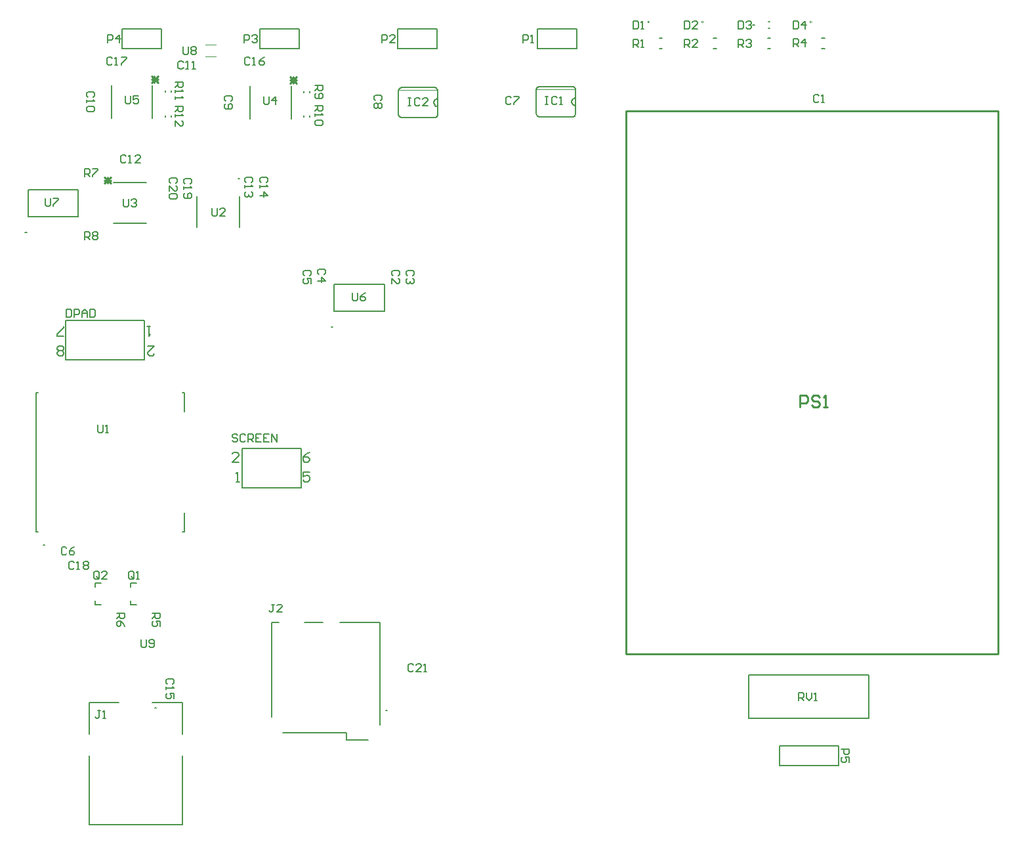
<source format=gto>
%FSTAX23Y23*%
%MOIN*%
%SFA1B1*%

%IPPOS*%
%ADD10C,0.007870*%
%ADD11C,0.005000*%
%ADD12C,0.006000*%
%ADD13C,0.003940*%
%ADD14C,0.000000*%
%ADD15C,0.010000*%
%ADD16C,0.008000*%
%ADD17C,0.002000*%
%ADD18C,0.003940*%
%LNpcb1-1*%
%LPD*%
G54D10*
X01323Y02215D02*
X01315D01*
X01323*
X02786Y03322D02*
X02778D01*
X02786*
X02312Y04073D02*
X02304D01*
X02312*
X01231Y03802D02*
X01223D01*
X01231*
X04928Y04855D02*
X0492D01*
X04928*
X03062Y01373D02*
X03054D01*
X03062*
X05055Y01195D02*
X05355D01*
X05055Y01095D02*
Y01195D01*
Y01095D02*
X05355D01*
Y01195*
X0143Y03355D02*
X0183D01*
X0143Y03155D02*
X0183D01*
Y03355*
X0143Y03155D02*
Y03355D01*
X01915Y04735D02*
Y04835D01*
X01715Y04735D02*
X01915D01*
X01715D02*
Y04835D01*
X01915*
X02615Y04735D02*
Y04835D01*
X02415Y04735D02*
X02615D01*
X02415D02*
Y04835D01*
X02615*
X03315Y04735D02*
Y04835D01*
X03115Y04735D02*
X03315D01*
X03115D02*
Y04835D01*
X03315*
X04025Y04735D02*
Y04835D01*
X03825Y04735D02*
X04025D01*
X03825D02*
Y04835D01*
X04025*
X02433Y02505D02*
X02625D01*
X02325D02*
X02625D01*
X02325Y02705D02*
X02625D01*
X02325Y02505D02*
Y02705D01*
X02625Y02505D02*
Y02705D01*
X02474Y01821D02*
X02513D01*
X02474Y01341D02*
Y01821D01*
X03025Y01302D02*
Y01821D01*
X02821D02*
X03025D01*
X02643D02*
X02734D01*
X02854Y01223D02*
X02966D01*
X02854D02*
Y01262D01*
X02533D02*
X02854D01*
G54D11*
X01889Y01387D02*
X01881D01*
X01889*
X0527Y04733D02*
X05284D01*
X0527Y04786D02*
X05284D01*
X02021Y02988D02*
X02033D01*
Y02889D02*
Y02988D01*
Y0228D02*
Y02378D01*
X02021Y0228D02*
X02033D01*
X01277Y02988D02*
X01289D01*
X01277Y0228D02*
Y02988D01*
Y0228D02*
X01289D01*
X01548Y01253D02*
Y01413D01*
X0187D02*
X02021D01*
Y01253D02*
Y01413D01*
X01548Y00795D02*
Y01144D01*
X02021Y00795D02*
Y01144D01*
X01548Y00795D02*
X02021D01*
X01548Y01413D02*
X01699D01*
X04899Y01555D02*
X0551D01*
X04899Y01334D02*
X0551D01*
X04899D02*
Y01555D01*
X0551Y01334D02*
Y01555D01*
X02792Y03538D02*
X03047D01*
Y03401D02*
Y03538D01*
X02792Y03401D02*
X03047D01*
X02792D02*
Y03538D01*
X02313Y03826D02*
Y03983D01*
X02096Y03826D02*
Y03983D01*
X01237Y04018D02*
X01492D01*
Y03881D02*
Y04018D01*
X01237Y03881D02*
X01492D01*
X01237D02*
Y04018D01*
X01934Y04388D02*
Y04394D01*
X01965Y04388D02*
Y04394D01*
Y04513D02*
Y04519D01*
X01934Y04513D02*
Y04519D01*
X02639Y0451D02*
Y04516D01*
X0267Y0451D02*
Y04516D01*
Y04388D02*
Y04394D01*
X02639Y04388D02*
Y04394D01*
X04995Y04786D02*
X05009D01*
X04995Y04733D02*
X05009D01*
X04999Y04872D02*
X05006D01*
X04999Y04837D02*
X05006D01*
X0472Y04786D02*
X04734D01*
X0472Y04733D02*
X04734D01*
X04445Y04786D02*
X04459D01*
X04445Y04733D02*
X04459D01*
G54D12*
X0332Y0448D02*
X0331Y04477D01*
X03302Y0447*
X033Y0446*
X03302Y0445*
X0331Y04442*
X0332Y0444*
Y04522D02*
X03315Y04532D01*
X03305Y04537*
X0312Y04398D02*
X03124Y04387D01*
X03135Y04383*
X03305D02*
X03315Y04387D01*
X0332Y04398*
X03135Y04537D02*
X03124Y04532D01*
X0312Y04522*
X0402Y04485D02*
X0401Y04482D01*
X04002Y04475*
X04Y04465*
X04002Y04455*
X0401Y04447*
X0402Y04445*
Y04527D02*
X04015Y04537D01*
X04005Y04542*
X0382Y04403D02*
X03824Y04392D01*
X03835Y04388*
X04005D02*
X04015Y04392D01*
X0402Y04403*
X03835Y04542D02*
X03824Y04537D01*
X0382Y04527*
X01671Y03846D02*
X01839D01*
X01671Y04054D02*
X01839D01*
X0332Y04398D02*
Y04522D01*
X0312Y04398D02*
Y04522D01*
X03135Y04537D02*
X03305D01*
X03135Y04383D02*
X03305D01*
X01661Y04379D02*
Y04547D01*
X01869Y04379D02*
Y04547D01*
X02574Y04376D02*
Y04544D01*
X02366Y04376D02*
Y04544D01*
X0402Y04403D02*
Y04527D01*
X0382Y04403D02*
Y04527D01*
X03835Y04542D02*
X04005D01*
X03835Y04388D02*
X04005D01*
G54D13*
X02127Y04756D03*
G54D14*
X05217Y0487D02*
X0521Y04875D01*
Y04866*
X05217Y0487*
X04667D02*
X0466Y04875D01*
Y04866*
X04667Y0487*
X04393D02*
X04386Y04875D01*
Y04866*
X04393Y0487*
G54D15*
X04274Y0166D02*
Y04416D01*
Y0166D02*
X06164D01*
X04274Y04416D02*
X06164D01*
Y0166D02*
Y04416D01*
X0516Y02915D02*
Y02974D01*
X0519*
X052Y02964*
Y02945*
X0519Y02935*
X0516*
X05259Y02964D02*
X05249Y02974D01*
X0523*
X0522Y02964*
Y02955*
X0523Y02945*
X05249*
X05259Y02935*
Y02925*
X05249Y02915*
X0523*
X0522Y02925*
X05279Y02915D02*
X05299D01*
X05289*
Y02974*
X05279Y02964*
X01625Y04082D02*
X01658Y04049D01*
X01625D02*
X01658Y04082D01*
X01625Y04065D02*
X01658D01*
X01641Y04049D02*
Y04082D01*
X01897Y04593D02*
X01864Y04559D01*
Y04593D02*
X01897Y04559D01*
X0188Y04593D02*
Y04559D01*
X01864Y04576D02*
X01897D01*
X02602Y0459D02*
X02569Y04556D01*
Y0459D02*
X02602Y04556D01*
X02585Y0459D02*
Y04556D01*
X02569Y04573D02*
X02602D01*
G54D16*
X01577Y01999D02*
Y02021D01*
X01609*
X01577Y01909D02*
Y01931D01*
Y01909D02*
X01609D01*
X01757D02*
X01789D01*
X01757D02*
Y01931D01*
Y02021D02*
X01789D01*
X01757Y01999D02*
Y02021D01*
X05126Y04745D02*
Y04784D01*
X05146*
X05153Y04778*
Y04765*
X05146Y04758*
X05126*
X0514D02*
X05153Y04745D01*
X05186D02*
Y04784D01*
X05166Y04765*
X05193*
X01593Y02824D02*
Y02791D01*
X016Y02785*
X01613*
X0162Y02791*
Y02824*
X01633Y02785D02*
X01646D01*
X01639*
Y02824*
X01633Y02818*
X01846Y03225D02*
X0188D01*
X01846Y03191*
Y03183*
X01855Y03175*
X01871*
X0188Y03183*
X0186Y03325D02*
X01843D01*
X01851*
Y03275*
X0186Y03283*
X0142Y03275D02*
X01386D01*
Y03283*
X0142Y03316*
Y03325*
Y03183D02*
X01411Y03175D01*
X01395*
X01386Y03183*
Y03191*
X01395Y032*
X01386Y03208*
Y03216*
X01395Y03225*
X01411*
X0142Y03216*
Y03208*
X01411Y032*
X0142Y03191*
Y03183*
X01411Y032D02*
X01395D01*
X02295Y02535D02*
X02311D01*
X02303*
Y02584*
X02295Y02576*
X02308Y02635D02*
X02275D01*
X02308Y02668*
Y02676*
X02299Y02684*
X02283*
X02275Y02676*
X02668Y02584D02*
X02635D01*
Y02559*
X02651Y02568*
X02659*
X02668Y02559*
Y02543*
X02659Y02535*
X02643*
X02635Y02543*
X02668Y02684D02*
X02651Y02676D01*
X02635Y02659*
Y02643*
X02643Y02635*
X02659*
X02668Y02643*
Y02651*
X02659Y02659*
X02635*
X01811Y01734D02*
Y01701D01*
X01818Y01695*
X01831*
X01838Y01701*
Y01734*
X01851Y01701D02*
X01858Y01695D01*
X01871*
X01878Y01701*
Y01728*
X01871Y01734*
X01858*
X01851Y01728*
Y01721*
X01858Y01715*
X01878*
X02026Y04744D02*
Y04711D01*
X02033Y04705*
X02046*
X02053Y04711*
Y04744*
X02066Y04738D02*
X02073Y04744D01*
X02086*
X02093Y04738*
Y04731*
X02086Y04725*
X02093Y04718*
Y04711*
X02086Y04705*
X02073*
X02066Y04711*
Y04718*
X02073Y04725*
X02066Y04731*
Y04738*
X02073Y04725D02*
X02086D01*
X01326Y03974D02*
Y03941D01*
X01333Y03935*
X01346*
X01353Y03941*
Y03974*
X01366D02*
X01393D01*
Y03968*
X01366Y03941*
Y03935*
X02886Y03494D02*
Y03461D01*
X02893Y03455*
X02906*
X02913Y03461*
Y03494*
X02953D02*
X02939Y03488D01*
X02926Y03475*
Y03461*
X02933Y03455*
X02946*
X02953Y03461*
Y03468*
X02946Y03475*
X02926*
X01731Y04494D02*
Y04461D01*
X01738Y04455*
X01751*
X01758Y04461*
Y04494*
X01798D02*
X01771D01*
Y04475*
X01784Y04481*
X01791*
X01798Y04475*
Y04461*
X01791Y04455*
X01778*
X01771Y04461*
X02436Y04489D02*
Y04456D01*
X02443Y0445*
X02456*
X02463Y04456*
Y04489*
X02496Y0445D02*
Y04489D01*
X02476Y0447*
X02503*
X01721Y03969D02*
Y03936D01*
X01728Y0393*
X01741*
X01748Y03936*
Y03969*
X01761Y03963D02*
X01768Y03969D01*
X01781*
X01788Y03963*
Y03956*
X01781Y0395*
X01774*
X01781*
X01788Y03943*
Y03936*
X01781Y0393*
X01768*
X01761Y03936*
X02171Y03924D02*
Y03891D01*
X02178Y03885*
X02191*
X02198Y03891*
Y03924*
X02238Y03885D02*
X02211D01*
X02238Y03911*
Y03918*
X02231Y03924*
X02218*
X02211Y03918*
X02301Y0277D02*
X02294Y02776D01*
X02281*
X02275Y0277*
Y02763*
X02281Y02756*
X02294*
X02301Y0275*
Y02743*
X02294Y02737*
X02281*
X02275Y02743*
X02341Y0277D02*
X02334Y02776D01*
X02321*
X02314Y0277*
Y02743*
X02321Y02737*
X02334*
X02341Y02743*
X02354Y02737D02*
Y02776D01*
X02374*
X02381Y0277*
Y02756*
X02374Y0275*
X02354*
X02368D02*
X02381Y02737D01*
X02421Y02776D02*
X02394D01*
Y02737*
X02421*
X02394Y02756D02*
X02408D01*
X02461Y02776D02*
X02434D01*
Y02737*
X02461*
X02434Y02756D02*
X02448D01*
X02474Y02737D02*
Y02776D01*
X02501Y02737*
Y02776*
X05153Y01425D02*
Y01464D01*
X05173*
X0518Y01458*
Y01445*
X05173Y01438*
X05153*
X05166D02*
X0518Y01425D01*
X05193Y01464D02*
Y01438D01*
X05206Y01425*
X05219Y01438*
Y01464*
X05233Y01425D02*
X05246D01*
X05239*
Y01464*
X05233Y01458*
X01985Y04439D02*
X02024D01*
Y04419*
X02018Y04413*
X02005*
X01998Y04419*
Y04439*
Y04426D02*
X01985Y04413D01*
Y044D02*
Y04386D01*
Y04393*
X02024*
X02018Y044*
X01985Y0434D02*
Y04366D01*
X02011Y0434*
X02018*
X02024Y04346*
Y0436*
X02018Y04366*
X01985Y04563D02*
X02024D01*
Y04543*
X02018Y04536*
X02005*
X01998Y04543*
Y04563*
Y04549D02*
X01985Y04536D01*
Y04523D02*
Y0451D01*
Y04516*
X02024*
X02018Y04523*
X01985Y0449D02*
Y04476D01*
Y04483*
X02024*
X02018Y0449*
X02695Y04444D02*
X02734D01*
Y04424*
X02728Y04418*
X02715*
X02708Y04424*
Y04444*
Y04431D02*
X02695Y04418D01*
Y04405D02*
Y04391D01*
Y04398*
X02734*
X02728Y04405*
Y04371D02*
X02734Y04365D01*
Y04351*
X02728Y04345*
X02701*
X02695Y04351*
Y04365*
X02701Y04371*
X02728*
X02695Y04548D02*
X02734D01*
Y04528*
X02728Y04521*
X02715*
X02708Y04528*
Y04548*
Y04534D02*
X02695Y04521D01*
X02701Y04508D02*
X02695Y04501D01*
Y04488*
X02701Y04481*
X02728*
X02734Y04488*
Y04501*
X02728Y04508*
X02721*
X02715Y04501*
Y04481*
X01526Y03765D02*
Y03804D01*
X01546*
X01553Y03798*
Y03785*
X01546Y03778*
X01526*
X0154D02*
X01553Y03765D01*
X01566Y03798D02*
X01573Y03804D01*
X01586*
X01593Y03798*
Y03791*
X01586Y03785*
X01593Y03778*
Y03771*
X01586Y03765*
X01573*
X01566Y03771*
Y03778*
X01573Y03785*
X01566Y03791*
Y03798*
X01573Y03785D02*
X01586D01*
X01526Y04085D02*
Y04124D01*
X01546*
X01553Y04118*
Y04105*
X01546Y04098*
X01526*
X0154D02*
X01553Y04085D01*
X01566Y04124D02*
X01593D01*
Y04118*
X01566Y04091*
Y04085*
X0169Y01868D02*
X01729D01*
Y01848*
X01723Y01841*
X0171*
X01703Y01848*
Y01868*
Y01854D02*
X0169Y01841D01*
X01729Y01801D02*
X01723Y01815D01*
X0171Y01828*
X01696*
X0169Y01821*
Y01808*
X01696Y01801*
X01703*
X0171Y01808*
Y01828*
X0187Y01868D02*
X01909D01*
Y01848*
X01903Y01841*
X0189*
X01883Y01848*
Y01868*
Y01854D02*
X0187Y01841D01*
X01909Y01801D02*
Y01828D01*
X0189*
X01896Y01815*
Y01808*
X0189Y01801*
X01876*
X0187Y01808*
Y01821*
X01876Y01828*
X04846Y0474D02*
Y04779D01*
X04866*
X04873Y04773*
Y0476*
X04866Y04753*
X04846*
X0486D02*
X04873Y0474D01*
X04886Y04773D02*
X04893Y04779D01*
X04906*
X04913Y04773*
Y04766*
X04906Y0476*
X049*
X04906*
X04913Y04753*
Y04746*
X04906Y0474*
X04893*
X04886Y04746*
X04571Y0474D02*
Y04779D01*
X04591*
X04598Y04773*
Y0476*
X04591Y04753*
X04571*
X04584D02*
X04598Y0474D01*
X04638D02*
X04611D01*
X04638Y04766*
Y04773*
X04631Y04779*
X04618*
X04611Y04773*
X04313Y0474D02*
Y04779D01*
X04333*
X0434Y04773*
Y0476*
X04333Y04753*
X04313*
X04326D02*
X0434Y0474D01*
X04353D02*
X04366D01*
X04359*
Y04779*
X04353Y04773*
X01598Y02046D02*
Y02073D01*
X01591Y02079*
X01578*
X01571Y02073*
Y02046*
X01578Y0204*
X01591*
X01585Y02053D02*
X01598Y0204D01*
X01591D02*
X01598Y02046D01*
X01638Y0204D02*
X01611D01*
X01638Y02066*
Y02073*
X01631Y02079*
X01618*
X01611Y02073*
X01775Y02046D02*
Y02073D01*
X01768Y02079*
X01755*
X01748Y02073*
Y02046*
X01755Y0204*
X01768*
X01761Y02053D02*
X01775Y0204D01*
X01768D02*
X01775Y02046D01*
X01788Y0204D02*
X01801D01*
X01794*
Y02079*
X01788Y02073*
X0537Y01178D02*
X05409D01*
Y01158*
X05403Y01151*
X0539*
X05383Y01158*
Y01178*
X05409Y01111D02*
Y01138D01*
X0539*
X05396Y01125*
Y01118*
X0539Y01111*
X05376*
X0537Y01118*
Y01131*
X05376Y01138*
X01641Y04765D02*
Y04804D01*
X01661*
X01668Y04798*
Y04785*
X01661Y04778*
X01641*
X01701Y04765D02*
Y04804D01*
X01681Y04785*
X01708*
X02336Y04765D02*
Y04804D01*
X02356*
X02363Y04798*
Y04785*
X02356Y04778*
X02336*
X02376Y04798D02*
X02383Y04804D01*
X02396*
X02403Y04798*
Y04791*
X02396Y04785*
X02389*
X02396*
X02403Y04778*
Y04771*
X02396Y04765*
X02383*
X02376Y04771*
X03036Y04765D02*
Y04804D01*
X03056*
X03063Y04798*
Y04785*
X03056Y04778*
X03036*
X03103Y04765D02*
X03076D01*
X03103Y04791*
Y04798*
X03096Y04804*
X03083*
X03076Y04798*
X03753Y04765D02*
Y04804D01*
X03773*
X0378Y04798*
Y04785*
X03773Y04778*
X03753*
X03793Y04765D02*
X03806D01*
X03799*
Y04804*
X03793Y04798*
X02488Y01912D02*
X02475D01*
X02481*
Y01879*
X02475Y01873*
X02468*
X02462Y01879*
X02528Y01873D02*
X02501D01*
X02528Y01899*
Y01906*
X02521Y01912*
X02508*
X02501Y01906*
X01605Y01374D02*
X01591D01*
X01598*
Y01341*
X01591Y01335*
X01585*
X01578Y01341*
X01618Y01335D02*
X01631D01*
X01624*
Y01374*
X01618Y01368*
X0317Y04484D02*
X03183D01*
X03176*
Y04445*
X0317*
X03183*
X0323Y04478D02*
X03223Y04484D01*
X0321*
X03203Y04478*
Y04451*
X0321Y04445*
X03223*
X0323Y04451*
X03269Y04445D02*
X03243D01*
X03269Y04471*
Y04478*
X03263Y04484*
X03249*
X03243Y04478*
X03866Y04489D02*
X0388D01*
X03873*
Y0445*
X03866*
X0388*
X03926Y04483D02*
X0392Y04489D01*
X03906*
X039Y04483*
Y04456*
X03906Y0445*
X0392*
X03926Y04456*
X03939Y0445D02*
X03953D01*
X03946*
Y04489*
X03939Y04483*
X01431Y03409D02*
Y0337D01*
X01451*
X01458Y03376*
Y03403*
X01451Y03409*
X01431*
X01471Y0337D02*
Y03409D01*
X01491*
X01498Y03403*
Y0339*
X01491Y03383*
X01471*
X01511Y0337D02*
Y03396D01*
X01524Y03409*
X01538Y03396*
Y0337*
Y0339*
X01511*
X01551Y03409D02*
Y0337D01*
X01571*
X01578Y03376*
Y03403*
X01571Y03409*
X01551*
X05126Y04874D02*
Y04835D01*
X05146*
X05153Y04841*
Y04868*
X05146Y04874*
X05126*
X05186Y04835D02*
Y04874D01*
X05166Y04855*
X05193*
X04846Y04874D02*
Y04835D01*
X04866*
X04873Y04841*
Y04868*
X04866Y04874*
X04846*
X04886Y04868D02*
X04893Y04874D01*
X04906*
X04913Y04868*
Y04861*
X04906Y04855*
X04899*
X04906*
X04913Y04848*
Y04841*
X04906Y04835*
X04893*
X04886Y04841*
X04571Y04874D02*
Y04835D01*
X04591*
X04598Y04841*
Y04868*
X04591Y04874*
X04571*
X04638Y04835D02*
X04611D01*
X04638Y04861*
Y04868*
X04631Y04874*
X04618*
X04611Y04868*
X04313Y04874D02*
Y04835D01*
X04333*
X0434Y04841*
Y04868*
X04333Y04874*
X04313*
X04353Y04835D02*
X04366D01*
X04359*
Y04874*
X04353Y04868*
X03195Y01603D02*
X03188Y01609D01*
X03175*
X03168Y01603*
Y01576*
X03175Y0157*
X03188*
X03195Y01576*
X03234Y0157D02*
X03208D01*
X03234Y01596*
Y01603*
X03228Y01609*
X03215*
X03208Y01603*
X03248Y0157D02*
X03261D01*
X03254*
Y01609*
X03248Y01603*
X01988Y04051D02*
X01994Y04058D01*
Y04071*
X01988Y04078*
X01961*
X01955Y04071*
Y04058*
X01961Y04051*
X01955Y04011D02*
Y04038D01*
X01981Y04011*
X01988*
X01994Y04018*
Y04031*
X01988Y04038*
Y03998D02*
X01994Y03991D01*
Y03978*
X01988Y03971*
X01961*
X01955Y03978*
Y03991*
X01961Y03998*
X01988*
X02063Y04048D02*
X02069Y04054D01*
Y04068*
X02063Y04074*
X02036*
X0203Y04068*
Y04054*
X02036Y04048*
X0203Y04035D02*
Y04021D01*
Y04028*
X02069*
X02063Y04035*
X02036Y04001D02*
X0203Y03995D01*
Y03981*
X02036Y03975*
X02063*
X02069Y03981*
Y03995*
X02063Y04001*
X02056*
X0205Y03995*
Y03975*
X01471Y02123D02*
X01465Y02129D01*
X01451*
X01445Y02123*
Y02096*
X01451Y0209*
X01465*
X01471Y02096*
X01485Y0209D02*
X01498D01*
X01491*
Y02129*
X01485Y02123*
X01518D02*
X01524Y02129D01*
X01538*
X01544Y02123*
Y02116*
X01538Y0211*
X01544Y02103*
Y02096*
X01538Y0209*
X01524*
X01518Y02096*
Y02103*
X01524Y0211*
X01518Y02116*
Y02123*
X01524Y0211D02*
X01538D01*
X01666Y04683D02*
X0166Y04689D01*
X01646*
X0164Y04683*
Y04656*
X01646Y0465*
X0166*
X01666Y04656*
X0168Y0465D02*
X01693D01*
X01686*
Y04689*
X0168Y04683*
X01713Y04689D02*
X01739D01*
Y04683*
X01713Y04656*
Y0465*
X02366Y04683D02*
X0236Y04689D01*
X02346*
X0234Y04683*
Y04656*
X02346Y0465*
X0236*
X02366Y04656*
X0238Y0465D02*
X02393D01*
X02386*
Y04689*
X0238Y04683*
X02439Y04689D02*
X02426Y04683D01*
X02413Y0467*
Y04656*
X02419Y0465*
X02433*
X02439Y04656*
Y04663*
X02433Y0467*
X02413*
X01973Y01508D02*
X01979Y01514D01*
Y01528*
X01973Y01534*
X01946*
X0194Y01528*
Y01514*
X01946Y01508*
X0194Y01495D02*
Y01481D01*
Y01488*
X01979*
X01973Y01495*
X01979Y01435D02*
Y01461D01*
X0196*
X01966Y01448*
Y01441*
X0196Y01435*
X01946*
X0194Y01441*
Y01455*
X01946Y01461*
X02448Y04053D02*
X02454Y04059D01*
Y04073*
X02448Y04079*
X02421*
X02415Y04073*
Y04059*
X02421Y04053*
X02415Y0404D02*
Y04026D01*
Y04033*
X02454*
X02448Y0404*
X02415Y03986D02*
X02454D01*
X02435Y04006*
Y0398*
X02373Y04053D02*
X02379Y04059D01*
Y04073*
X02373Y04079*
X02346*
X0234Y04073*
Y04059*
X02346Y04053*
X0234Y0404D02*
Y04026D01*
Y04033*
X02379*
X02373Y0404*
Y04006D02*
X02379Y04D01*
Y03986*
X02373Y0398*
X02366*
X0236Y03986*
Y03993*
Y03986*
X02353Y0398*
X02346*
X0234Y03986*
Y04*
X02346Y04006*
X01736Y04188D02*
X0173Y04194D01*
X01716*
X0171Y04188*
Y04161*
X01716Y04155*
X0173*
X01736Y04161*
X0175Y04155D02*
X01763D01*
X01756*
Y04194*
X0175Y04188*
X01809Y04155D02*
X01783D01*
X01809Y04181*
Y04188*
X01803Y04194*
X01789*
X01783Y04188*
X02027Y04663D02*
X0202Y04669D01*
X02007*
X02Y04663*
Y04636*
X02007Y0463*
X0202*
X02027Y04636*
X0204Y0463D02*
X02053D01*
X02047*
Y04669*
X0204Y04663*
X02073Y0463D02*
X02087D01*
X0208*
Y04669*
X02073Y04663*
X01568Y04488D02*
X01574Y04494D01*
Y04508*
X01568Y04514*
X01541*
X01535Y04508*
Y04494*
X01541Y04488*
X01535Y04475D02*
Y04461D01*
Y04468*
X01574*
X01568Y04475*
Y04441D02*
X01574Y04435D01*
Y04421*
X01568Y04415*
X01541*
X01535Y04421*
Y04435*
X01541Y04441*
X01568*
X02268Y04466D02*
X02274Y04473D01*
Y04486*
X02268Y04493*
X02241*
X02235Y04486*
Y04473*
X02241Y04466*
Y04453D02*
X02235Y04446D01*
Y04433*
X02241Y04426*
X02268*
X02274Y04433*
Y04446*
X02268Y04453*
X02261*
X02255Y04446*
Y04426*
X03028Y04471D02*
X03034Y04478D01*
Y04491*
X03028Y04498*
X03001*
X02995Y04491*
Y04478*
X03001Y04471*
X03028Y04458D02*
X03034Y04451D01*
Y04438*
X03028Y04431*
X03021*
X03015Y04438*
X03008Y04431*
X03001*
X02995Y04438*
Y04451*
X03001Y04458*
X03008*
X03015Y04451*
X03021Y04458*
X03028*
X03015Y04451D02*
Y04438D01*
X03693Y04483D02*
X03686Y04489D01*
X03673*
X03666Y04483*
Y04456*
X03673Y0445*
X03686*
X03693Y04456*
X03706Y04489D02*
X03733D01*
Y04483*
X03706Y04456*
Y0445*
X01433Y02198D02*
X01427Y02204D01*
X01413*
X01407Y02198*
Y02171*
X01413Y02165*
X01427*
X01433Y02171*
X01473Y02204D02*
X0146Y02198D01*
X01447Y02185*
Y02171*
X01453Y02165*
X01467*
X01473Y02171*
Y02178*
X01467Y02185*
X01447*
X02668Y03581D02*
X02674Y03588D01*
Y03601*
X02668Y03608*
X02641*
X02635Y03601*
Y03588*
X02641Y03581*
X02674Y03541D02*
Y03568D01*
X02655*
X02661Y03555*
Y03548*
X02655Y03541*
X02641*
X02635Y03548*
Y03561*
X02641Y03568*
X02743Y03587D02*
X02749Y03594D01*
Y03607*
X02743Y03614*
X02716*
X0271Y03607*
Y03594*
X02716Y03587*
X0271Y03554D02*
X02749D01*
X0273Y03574*
Y03547*
X03193Y03581D02*
X03199Y03588D01*
Y03601*
X03193Y03608*
X03166*
X0316Y03601*
Y03588*
X03166Y03581*
X03193Y03568D02*
X03199Y03561D01*
Y03548*
X03193Y03541*
X03186*
X0318Y03548*
Y03555*
Y03548*
X03173Y03541*
X03166*
X0316Y03548*
Y03561*
X03166Y03568*
X03118Y03581D02*
X03124Y03588D01*
Y03601*
X03118Y03608*
X03091*
X03085Y03601*
Y03588*
X03091Y03581*
X03085Y03541D02*
Y03568D01*
X03111Y03541*
X03118*
X03124Y03548*
Y03561*
X03118Y03568*
X05255Y04493D02*
X05248Y04499D01*
X05235*
X05228Y04493*
Y04466*
X05235Y0446*
X05248*
X05255Y04466*
X05268Y0446D02*
X05281D01*
X05274*
Y04499*
X05268Y04493*
G54D17*
X0312Y04523D02*
X0332D01*
X0382Y04528D02*
X0402D01*
G54D18*
X02137Y04754D02*
X02192D01*
X02137Y04695D02*
X02192D01*
M02*
</source>
